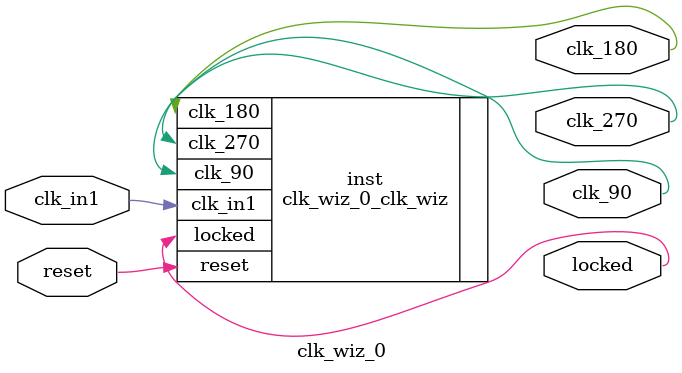
<source format=v>


`timescale 1ps/1ps

(* CORE_GENERATION_INFO = "clk_wiz_0,clk_wiz_v6_0_1_0_0,{component_name=clk_wiz_0,use_phase_alignment=true,use_min_o_jitter=false,use_max_i_jitter=false,use_dyn_phase_shift=false,use_inclk_switchover=false,use_dyn_reconfig=false,enable_axi=0,feedback_source=FDBK_AUTO,PRIMITIVE=MMCM,num_out_clk=3,clkin1_period=10.000,clkin2_period=10.000,use_power_down=false,use_reset=true,use_locked=true,use_inclk_stopped=false,feedback_type=SINGLE,CLOCK_MGR_TYPE=NA,manual_override=false}" *)

module clk_wiz_0 
 (
  // Clock out ports
  output        clk_90,
  output        clk_180,
  output        clk_270,
  // Status and control signals
  input         reset,
  output        locked,
 // Clock in ports
  input         clk_in1
 );

  clk_wiz_0_clk_wiz inst
  (
  // Clock out ports  
  .clk_90(clk_90),
  .clk_180(clk_180),
  .clk_270(clk_270),
  // Status and control signals               
  .reset(reset), 
  .locked(locked),
 // Clock in ports
  .clk_in1(clk_in1)
  );

endmodule

</source>
